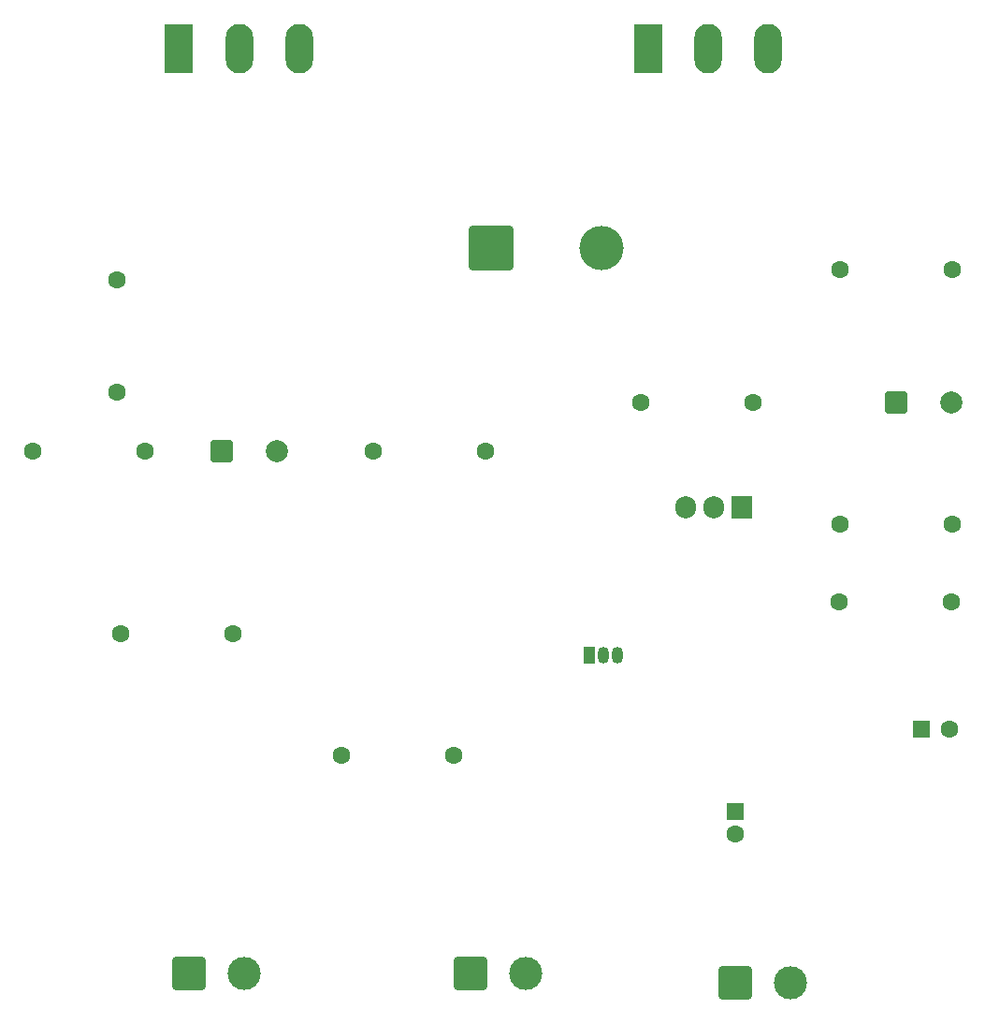
<source format=gbr>
%TF.GenerationSoftware,KiCad,Pcbnew,9.0.5*%
%TF.CreationDate,2025-10-15T22:39:10-03:00*%
%TF.ProjectId,BDNM-01,42444e4d-2d30-4312-9e6b-696361645f70,rev?*%
%TF.SameCoordinates,Original*%
%TF.FileFunction,Soldermask,Bot*%
%TF.FilePolarity,Negative*%
%FSLAX46Y46*%
G04 Gerber Fmt 4.6, Leading zero omitted, Abs format (unit mm)*
G04 Created by KiCad (PCBNEW 9.0.5) date 2025-10-15 22:39:10*
%MOMM*%
%LPD*%
G01*
G04 APERTURE LIST*
G04 Aperture macros list*
%AMRoundRect*
0 Rectangle with rounded corners*
0 $1 Rounding radius*
0 $2 $3 $4 $5 $6 $7 $8 $9 X,Y pos of 4 corners*
0 Add a 4 corners polygon primitive as box body*
4,1,4,$2,$3,$4,$5,$6,$7,$8,$9,$2,$3,0*
0 Add four circle primitives for the rounded corners*
1,1,$1+$1,$2,$3*
1,1,$1+$1,$4,$5*
1,1,$1+$1,$6,$7*
1,1,$1+$1,$8,$9*
0 Add four rect primitives between the rounded corners*
20,1,$1+$1,$2,$3,$4,$5,0*
20,1,$1+$1,$4,$5,$6,$7,0*
20,1,$1+$1,$6,$7,$8,$9,0*
20,1,$1+$1,$8,$9,$2,$3,0*%
G04 Aperture macros list end*
%ADD10R,2.500000X4.500000*%
%ADD11O,2.500000X4.500000*%
%ADD12C,1.600000*%
%ADD13RoundRect,0.249999X-1.250001X-1.250001X1.250001X-1.250001X1.250001X1.250001X-1.250001X1.250001X0*%
%ADD14C,3.000000*%
%ADD15RoundRect,0.250000X-0.550000X-0.550000X0.550000X-0.550000X0.550000X0.550000X-0.550000X0.550000X0*%
%ADD16RoundRect,0.250000X-0.750000X-0.750000X0.750000X-0.750000X0.750000X0.750000X-0.750000X0.750000X0*%
%ADD17C,2.000000*%
%ADD18R,1.905000X2.000000*%
%ADD19O,1.905000X2.000000*%
%ADD20RoundRect,0.250000X-1.750000X-1.750000X1.750000X-1.750000X1.750000X1.750000X-1.750000X1.750000X0*%
%ADD21C,4.000000*%
%ADD22RoundRect,0.250000X-0.550000X0.550000X-0.550000X-0.550000X0.550000X-0.550000X0.550000X0.550000X0*%
%ADD23R,1.050000X1.500000*%
%ADD24O,1.050000X1.500000*%
G04 APERTURE END LIST*
D10*
%TO.C,Q2*%
X154550000Y-49000000D03*
D11*
X160000000Y-49000000D03*
X165450000Y-49000000D03*
%TD*%
D12*
%TO.C,R4*%
X153920000Y-81000000D03*
X164080000Y-81000000D03*
%TD*%
D13*
%TO.C,J3*%
X138500000Y-132617500D03*
D14*
X143500000Y-132617500D03*
%TD*%
D13*
%TO.C,J2*%
X113000000Y-132617500D03*
D14*
X118000000Y-132617500D03*
%TD*%
D12*
%TO.C,R3*%
X129707677Y-85420000D03*
X139867677Y-85420000D03*
%TD*%
%TO.C,R6*%
X171920000Y-92000000D03*
X182080000Y-92000000D03*
%TD*%
D15*
%TO.C,C3*%
X179317621Y-110500000D03*
D12*
X181817621Y-110500000D03*
%TD*%
%TO.C,R2*%
X106500000Y-80080000D03*
X106500000Y-69920000D03*
%TD*%
%TO.C,R5*%
X171920000Y-69000000D03*
X182080000Y-69000000D03*
%TD*%
%TO.C,R1*%
X98840000Y-85420000D03*
X109000000Y-85420000D03*
%TD*%
D16*
%TO.C,C1*%
X116000000Y-85420000D03*
D17*
X121000000Y-85420000D03*
%TD*%
D12*
%TO.C,R7*%
X117000000Y-101920000D03*
X106840000Y-101920000D03*
%TD*%
D18*
%TO.C,Q3*%
X163080000Y-90500000D03*
D19*
X160540000Y-90500000D03*
X158000000Y-90500000D03*
%TD*%
D13*
%TO.C,J4*%
X162500000Y-133500000D03*
D14*
X167500000Y-133500000D03*
%TD*%
D16*
%TO.C,C2*%
X177000000Y-81000000D03*
D17*
X182000000Y-81000000D03*
%TD*%
D10*
%TO.C,Q1*%
X112100000Y-49000000D03*
D11*
X117550000Y-49000000D03*
X123000000Y-49000000D03*
%TD*%
D20*
%TO.C,C5*%
X140342169Y-67000000D03*
D21*
X150342169Y-67000000D03*
%TD*%
D22*
%TO.C,C4*%
X162500000Y-118000000D03*
D12*
X162500000Y-120000000D03*
%TD*%
%TO.C,R8*%
X126840000Y-112920000D03*
X137000000Y-112920000D03*
%TD*%
D23*
%TO.C,Q4*%
X149230000Y-103860000D03*
D24*
X150500000Y-103860000D03*
X151770000Y-103860000D03*
%TD*%
D12*
%TO.C,R9*%
X171840000Y-99000000D03*
X182000000Y-99000000D03*
%TD*%
M02*

</source>
